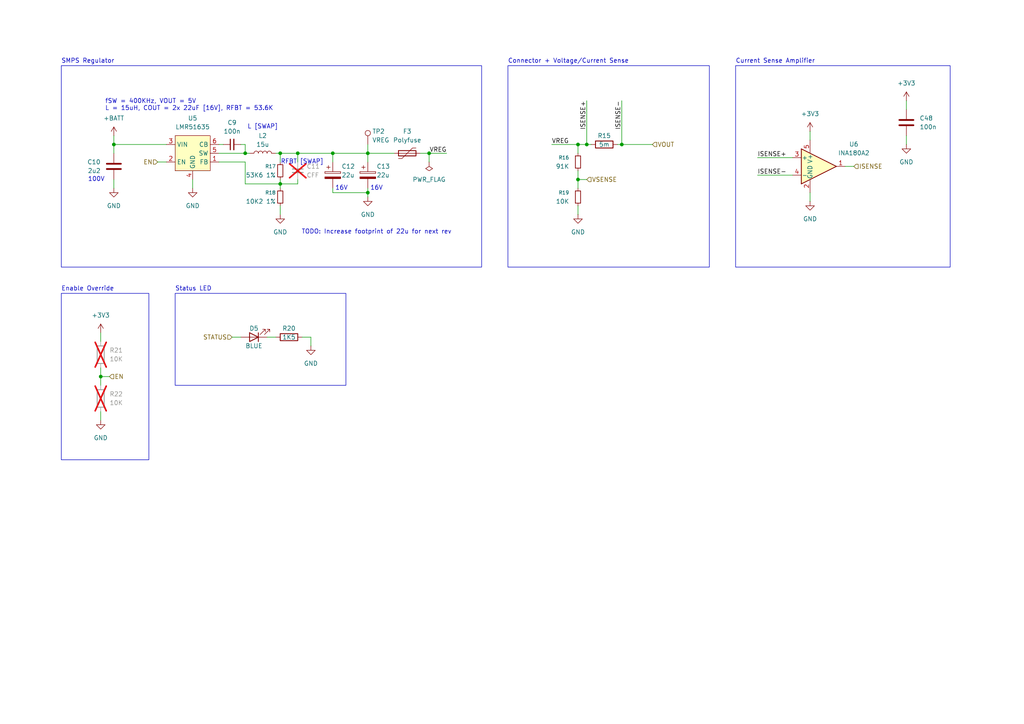
<source format=kicad_sch>
(kicad_sch (version 20250114) (generator "eeschema") (generator_version "9.0")
  (paper "A4")
  (lib_symbols
    (symbol "Amplifier_Current:INA180A2" (pin_names (offset 0.127))
      (property "Reference" "U" (at 3.81 3.81 0))
      (property "Value" "INA180A2" (at 3.81 -2.54 0))
      (symbol "INA180A2_0_1"
        (polyline (pts (xy 5.08 0) (xy -5.08 5.08) (xy -5.08 -5.08) (xy 5.08 0)) (stroke (width 0.254)) (fill (type background)))
      )
      (symbol "INA180A2_1_1"
        (pin input line (at -7.62 2.54 0) (length 2.54) (name "+") (number "3"))
        (pin input line (at -7.62 -2.54 0) (length 2.54) (name "-") (number "4"))
        (pin power_in line (at -2.54 7.62 270) (length 3.81) (name "V+") (number "5"))
        (pin power_in line (at -2.54 -7.62 90) (length 3.81) (name "GND") (number "2"))
        (pin output line (at 7.62 0 180) (length 2.54) (name "~") (number "1"))
      )
    )
    (symbol "Connector:TestPoint" (pin_numbers (hide yes)) (pin_names (offset 0.762) (hide yes))
      (property "Reference" "TP" (at 0 6.858 0))
      (property "Value" "TestPoint" (at 0 5.08 0))
      (symbol "TestPoint_0_1"
        (circle (center 0 3.302) (radius 0.762))
      )
      (symbol "TestPoint_1_1"
        (pin passive line (at 0 0 90) (length 2.54) (name "1") (number "1"))
      )
    )
    (symbol "Device:C" (pin_numbers (hide yes)) (pin_names (offset 0.254))
      (property "Reference" "C" (at 0.635 2.54 0))
      (property "Value" "C" (at 0.635 -2.54 0))
      (symbol "C_0_1"
        (polyline (pts (xy -2.032 0.762) (xy 2.032 0.762)) (stroke (width 0.508)))
        (polyline (pts (xy -2.032 -0.762) (xy 2.032 -0.762)) (stroke (width 0.508)))
      )
      (symbol "C_1_1"
        (pin passive line (at 0 3.81 270) (length 2.794) (name "~") (number "1"))
        (pin passive line (at 0 -3.81 90) (length 2.794) (name "~") (number "2"))
      )
    )
    (symbol "Device:C_Polarized" (pin_numbers (hide yes)) (pin_names (offset 0.254))
      (property "Reference" "C" (at 0.635 2.54 0))
      (property "Value" "C_Polarized" (at 0.635 -2.54 0))
      (symbol "C_Polarized_0_1"
        (rectangle (start -2.286 0.508) (end 2.286 1.016))
        (polyline (pts (xy -1.778 2.286) (xy -0.762 2.286)))
        (polyline (pts (xy -1.27 2.794) (xy -1.27 1.778)))
        (rectangle (start 2.286 -0.508) (end -2.286 -1.016) (fill (type outline)))
      )
      (symbol "C_Polarized_1_1"
        (pin passive line (at 0 3.81 270) (length 2.794) (name "~") (number "1"))
        (pin passive line (at 0 -3.81 90) (length 2.794) (name "~") (number "2"))
      )
    )
    (symbol "Device:C_Small" (pin_numbers (hide yes)) (pin_names (offset 0.254) (hide yes))
      (property "Reference" "C" (at 0.254 1.778 0))
      (property "Value" "C_Small" (at 0.254 -2.032 0))
      (symbol "C_Small_0_1"
        (polyline (pts (xy -1.524 0.508) (xy 1.524 0.508)) (stroke (width 0.3048)))
        (polyline (pts (xy -1.524 -0.508) (xy 1.524 -0.508)) (stroke (width 0.3302)))
      )
      (symbol "C_Small_1_1"
        (pin passive line (at 0 2.54 270) (length 2.032) (name "~") (number "1"))
        (pin passive line (at 0 -2.54 90) (length 2.032) (name "~") (number "2"))
      )
    )
    (symbol "Device:L" (pin_numbers (hide yes)) (pin_names (offset 1.016) (hide yes))
      (property "Reference" "L" (at -1.27 0 90))
      (property "Value" "L" (at 1.905 0 90))
      (symbol "L_0_1"
        (arc (start 0 2.54) (mid 0.6323 1.905) (end 0 1.27))
        (arc (start 0 1.27) (mid 0.6323 0.635) (end 0 0))
        (arc (start 0 0) (mid 0.6323 -0.635) (end 0 -1.27))
        (arc (start 0 -1.27) (mid 0.6323 -1.905) (end 0 -2.54))
      )
      (symbol "L_1_1"
        (pin passive line (at 0 3.81 270) (length 1.27) (name "1") (number "1"))
        (pin passive line (at 0 -3.81 90) (length 1.27) (name "2") (number "2"))
      )
    )
    (symbol "Device:LED" (pin_numbers (hide yes)) (pin_names (offset 1.016) (hide yes))
      (property "Reference" "D" (at 0 2.54 0))
      (property "Value" "LED" (at 0 -2.54 0))
      (symbol "LED_0_1"
        (polyline (pts (xy -3.048 -0.762) (xy -4.572 -2.286) (xy -3.81 -2.286) (xy -4.572 -2.286) (xy -4.572 -1.524)))
        (polyline (pts (xy -1.778 -0.762) (xy -3.302 -2.286) (xy -2.54 -2.286) (xy -3.302 -2.286) (xy -3.302 -1.524)))
        (polyline (pts (xy -1.27 0) (xy 1.27 0)))
        (polyline (pts (xy -1.27 -1.27) (xy -1.27 1.27)) (stroke (width 0.254)))
        (polyline (pts (xy 1.27 -1.27) (xy 1.27 1.27) (xy -1.27 0) (xy 1.27 -1.27)) (stroke (width 0.254)))
      )
      (symbol "LED_1_1"
        (pin passive line (at -3.81 0 0) (length 2.54) (name "K") (number "1"))
        (pin passive line (at 3.81 0 180) (length 2.54) (name "A") (number "2"))
      )
    )
    (symbol "Device:Polyfuse" (pin_numbers (hide yes)) (pin_names (offset 0))
      (property "Reference" "F" (at -2.54 0 90))
      (property "Value" "Polyfuse" (at 2.54 0 90))
      (symbol "Polyfuse_0_1"
        (polyline (pts (xy -1.524 2.54) (xy -1.524 1.524) (xy 1.524 -1.524) (xy 1.524 -2.54)))
        (rectangle (start -0.762 2.54) (end 0.762 -2.54) (stroke (width 0.254)))
        (polyline (pts (xy 0 2.54) (xy 0 -2.54)))
      )
      (symbol "Polyfuse_1_1"
        (pin passive line (at 0 3.81 270) (length 1.27) (name "~") (number "1"))
        (pin passive line (at 0 -3.81 90) (length 1.27) (name "~") (number "2"))
      )
    )
    (symbol "Device:R" (pin_numbers (hide yes)) (pin_names (offset 0))
      (property "Reference" "R" (at 2.032 0 90))
      (property "Value" "R" (at 0 0 90))
      (symbol "R_0_1"
        (rectangle (start -1.016 -2.54) (end 1.016 2.54) (stroke (width 0.254)))
      )
      (symbol "R_1_1"
        (pin passive line (at 0 3.81 270) (length 1.27) (name "~") (number "1"))
        (pin passive line (at 0 -3.81 90) (length 1.27) (name "~") (number "2"))
      )
    )
    (symbol "Device:R_Small" (pin_numbers (hide yes)) (pin_names (offset 0.254) (hide yes))
      (property "Reference" "R" (at 0 0 90))
      (property "Value" "R_Small" (at 1.778 0 90))
      (symbol "R_Small_0_1"
        (rectangle (start -0.762 1.778) (end 0.762 -1.778) (stroke (width 0.2032)))
      )
      (symbol "R_Small_1_1"
        (pin passive line (at 0 2.54 270) (length 0.762) (name "~") (number "1"))
        (pin passive line (at 0 -2.54 90) (length 0.762) (name "~") (number "2"))
      )
    )
    (symbol "Regulator_Switching_Extra:LMR51635"
      (property "Reference" "U" (at 0 7.874 0))
      (property "Value" "LMR51635" (at 0 6.096 0))
      (symbol "LMR51635_1_1"
        (rectangle (start -5.08 5.08) (end 5.08 -5.08) (fill (type background)))
        (pin power_in line (at -7.62 2.54 0) (length 2.54) (name "VIN") (number "3"))
        (pin input line (at -7.62 -2.54 0) (length 2.54) (name "EN") (number "2"))
        (pin power_in line (at 0 -7.62 90) (length 2.54) (name "GND") (number "4"))
        (pin input line (at 7.62 2.54 180) (length 2.54) (name "CB") (number "6"))
        (pin power_out line (at 7.62 0 180) (length 2.54) (name "SW") (number "5"))
        (pin input line (at 7.62 -2.54 180) (length 2.54) (name "FB") (number "1"))
      )
    )
    (symbol "power:+3V3" (power) (pin_numbers (hide yes)) (pin_names (offset 0) (hide yes))
      (property "Value" "+3V3" (at 0 3.556 0))
      (symbol "+3V3_0_1"
        (polyline (pts (xy -0.762 1.27) (xy 0 2.54)))
        (polyline (pts (xy 0 2.54) (xy 0.762 1.27)))
        (polyline (pts (xy 0 0) (xy 0 2.54)))
      )
      (symbol "+3V3_1_1"
        (pin power_in line (at 0 0 90) (length 0) (name "~") (number "1"))
      )
    )
    (symbol "power:+BATT" (power) (pin_numbers (hide yes)) (pin_names (offset 0) (hide yes))
      (property "Value" "+BATT" (at 0 3.556 0))
      (symbol "+BATT_0_1"
        (polyline (pts (xy -0.762 1.27) (xy 0 2.54)))
        (polyline (pts (xy 0 2.54) (xy 0.762 1.27)))
        (polyline (pts (xy 0 0) (xy 0 2.54)))
      )
      (symbol "+BATT_1_1"
        (pin power_in line (at 0 0 90) (length 0) (name "~") (number "1"))
      )
    )
    (symbol "power:GND" (power) (pin_numbers (hide yes)) (pin_names (offset 0) (hide yes))
      (property "Value" "GND" (at 0 -3.81 0))
      (symbol "GND_0_1"
        (polyline (pts (xy 0 0) (xy 0 -1.27) (xy 1.27 -1.27) (xy 0 -2.54) (xy -1.27 -1.27) (xy 0 -1.27)))
      )
      (symbol "GND_1_1"
        (pin power_in line (at 0 0 270) (length 0) (name "~") (number "1"))
      )
    )
    (symbol "power:PWR_FLAG" (power) (pin_numbers (hide yes)) (pin_names (offset 0) (hide yes))
      (property "Value" "PWR_FLAG" (at 0 3.81 0))
      (symbol "PWR_FLAG_0_0"
        (pin power_out line (at 0 0 90) (length 0) (name "~") (number "1"))
      )
      (symbol "PWR_FLAG_0_1"
        (polyline (pts (xy 0 0) (xy 0 1.27) (xy -1.016 1.905) (xy 0 2.54) (xy 1.016 1.905) (xy 0 1.27)))
      )
    )
  )
  (rectangle (start 147.32 19.05) (end 205.74 77.47))
  (rectangle (start 17.78 85.09) (end 43.18 133.35))
  (rectangle (start 213.36 19.05) (end 275.59 77.47))
  (rectangle (start 17.78 19.05) (end 139.7 77.47))
  (rectangle (start 50.8 85.09) (end 100.33 111.76))
  (text "Enable Override" (at 17.78 83.82 0) (effects (font (size 1.27 1.27)) (justify left)))
  (text "16V" (at 109.22 54.61 0) (effects (font (size 1.27 1.27))))
  (text "Status LED" (at 50.8 83.82 0) (effects (font (size 1.27 1.27)) (justify left)))
  (text "Current Sense Amplifier" (at 213.36 17.78 0) (effects (font (size 1.27 1.27)) (justify left)))
  (text "L [SWAP]" (at 76.2 36.83 0) (effects (font (size 1.27 1.27))))
  (text "RFBT [SWAP]" (at 87.63 46.99 0) (effects (font (size 1.27 1.27))))
  (text "SMPS Regulator" (at 17.78 17.78 0) (effects (font (size 1.27 1.27)) (justify left)))
  (text "Connector + Voltage/Current Sense" (at 147.32 17.78 0) (effects (font (size 1.27 1.27)) (justify left)))
  (text "16V" (at 99.06 54.61 0) (effects (font (size 1.27 1.27))))
  (text "TODO: Increase footprint of 22u for next rev" (at 109.22 67.31 0) (effects (font (size 1.27 1.27))))
  (text "fSW = 400KHz, VOUT = 5V\nL = 15uH, COUT = 2x 22uF [16V], RFBT = 53.6K" (at 30.48 30.48 0) (effects (font (size 1.27 1.27)) (justify left)))
  (text "100V" (at 27.94 52.07 0) (effects (font (size 1.27 1.27))))
  (junction (at 124.46 44.45))
  (junction (at 167.64 52.07))
  (junction (at 106.68 55.88))
  (junction (at 170.18 41.91))
  (junction (at 71.12 44.45))
  (junction (at 180.34 41.91))
  (junction (at 29.21 109.22))
  (junction (at 81.28 53.34))
  (junction (at 167.64 41.91))
  (junction (at 86.36 44.45))
  (junction (at 81.28 44.45))
  (junction (at 96.52 44.45))
  (junction (at 33.02 41.91))
  (junction (at 106.68 44.45))
  (wire (pts (xy 81.28 52.07) (xy 81.28 53.34)))
  (wire (pts (xy 234.95 55.88) (xy 234.95 58.42)))
  (wire (pts (xy 29.21 109.22) (xy 31.75 109.22)))
  (wire (pts (xy 96.52 54.61) (xy 96.52 55.88)))
  (wire (pts (xy 160.02 41.91) (xy 167.64 41.91)))
  (wire (pts (xy 106.68 55.88) (xy 106.68 57.15)))
  (wire (pts (xy 106.68 41.91) (xy 106.68 44.45)))
  (wire (pts (xy 81.28 53.34) (xy 71.12 53.34)))
  (wire (pts (xy 96.52 44.45) (xy 96.52 46.99)))
  (wire (pts (xy 87.63 97.79) (xy 90.17 97.79)))
  (wire (pts (xy 106.68 44.45) (xy 106.68 46.99)))
  (wire (pts (xy 29.21 119.38) (xy 29.21 121.92)))
  (wire (pts (xy 124.46 44.45) (xy 129.54 44.45)))
  (wire (pts (xy 124.46 44.45) (xy 124.46 46.99)))
  (wire (pts (xy 71.12 53.34) (xy 71.12 46.99)))
  (wire (pts (xy 219.71 45.72) (xy 229.87 45.72)))
  (wire (pts (xy 71.12 44.45) (xy 72.39 44.45)))
  (wire (pts (xy 80.01 44.45) (xy 81.28 44.45)))
  (wire (pts (xy 86.36 52.07) (xy 86.36 53.34)))
  (wire (pts (xy 71.12 41.91) (xy 71.12 44.45)))
  (wire (pts (xy 81.28 44.45) (xy 86.36 44.45)))
  (wire (pts (xy 86.36 44.45) (xy 96.52 44.45)))
  (wire (pts (xy 96.52 55.88) (xy 106.68 55.88)))
  (wire (pts (xy 90.17 97.79) (xy 90.17 100.33)))
  (wire (pts (xy 167.64 52.07) (xy 167.64 54.61)))
  (wire (pts (xy 81.28 53.34) (xy 81.28 54.61)))
  (wire (pts (xy 33.02 41.91) (xy 33.02 44.45)))
  (wire (pts (xy 81.28 44.45) (xy 81.28 46.99)))
  (wire (pts (xy 180.34 41.91) (xy 189.23 41.91)))
  (wire (pts (xy 71.12 44.45) (xy 63.5 44.45)))
  (wire (pts (xy 33.02 39.37) (xy 33.02 41.91)))
  (wire (pts (xy 234.95 38.1) (xy 234.95 40.64)))
  (wire (pts (xy 219.71 50.8) (xy 229.87 50.8)))
  (wire (pts (xy 167.64 49.53) (xy 167.64 52.07)))
  (wire (pts (xy 86.36 53.34) (xy 81.28 53.34)))
  (wire (pts (xy 33.02 41.91) (xy 48.26 41.91)))
  (wire (pts (xy 124.46 44.45) (xy 121.92 44.45)))
  (wire (pts (xy 64.77 41.91) (xy 63.5 41.91)))
  (wire (pts (xy 170.18 41.91) (xy 171.45 41.91)))
  (wire (pts (xy 86.36 44.45) (xy 86.36 46.99)))
  (wire (pts (xy 106.68 55.88) (xy 106.68 54.61)))
  (wire (pts (xy 179.07 41.91) (xy 180.34 41.91)))
  (wire (pts (xy 29.21 96.52) (xy 29.21 99.06)))
  (wire (pts (xy 77.47 97.79) (xy 80.01 97.79)))
  (wire (pts (xy 67.31 97.79) (xy 69.85 97.79)))
  (wire (pts (xy 29.21 106.68) (xy 29.21 109.22)))
  (wire (pts (xy 170.18 29.21) (xy 170.18 41.91)))
  (wire (pts (xy 55.88 52.07) (xy 55.88 54.61)))
  (wire (pts (xy 262.89 29.21) (xy 262.89 31.75)))
  (wire (pts (xy 180.34 29.21) (xy 180.34 41.91)))
  (wire (pts (xy 167.64 41.91) (xy 167.64 44.45)))
  (wire (pts (xy 167.64 59.69) (xy 167.64 62.23)))
  (wire (pts (xy 29.21 109.22) (xy 29.21 111.76)))
  (wire (pts (xy 96.52 44.45) (xy 106.68 44.45)))
  (wire (pts (xy 69.85 41.91) (xy 71.12 41.91)))
  (wire (pts (xy 245.11 48.26) (xy 247.65 48.26)))
  (wire (pts (xy 45.72 46.99) (xy 48.26 46.99)))
  (wire (pts (xy 262.89 39.37) (xy 262.89 41.91)))
  (wire (pts (xy 71.12 46.99) (xy 63.5 46.99)))
  (wire (pts (xy 114.3 44.45) (xy 106.68 44.45)))
  (wire (pts (xy 167.64 52.07) (xy 170.18 52.07)))
  (wire (pts (xy 33.02 52.07) (xy 33.02 54.61)))
  (wire (pts (xy 81.28 59.69) (xy 81.28 62.23)))
  (wire (pts (xy 167.64 41.91) (xy 170.18 41.91)))
  (label "VREG" (at 129.54 44.45 180))
  (label "ISENSE+" (at 219.71 45.72 0))
  (label "ISENSE+" (at 170.18 29.21 270))
  (label "ISENSE-" (at 219.71 50.8 0))
  (label "VREG" (at 160.02 41.91 0))
  (label "ISENSE-" (at 180.34 29.21 270))
  (hierarchical_label "EN" (shape input) (at 45.72 46.99 180))
  (hierarchical_label "EN" (shape input) (at 31.75 109.22 0))
  (hierarchical_label "VOUT" (shape input) (at 189.23 41.91 0))
  (hierarchical_label "ISENSE" (shape input) (at 247.65 48.26 0))
  (hierarchical_label "VSENSE" (shape input) (at 170.18 52.07 0))
  (hierarchical_label "STATUS" (shape input) (at 67.31 97.79 180))
  (symbol (lib_id "Device:R") (at 29.21 102.87 0) (unit 1) (dnp yes)
    (property "Reference" "R13" (at 31.75 101.5999 0) (effects (justify left)))
    (property "Value" "10K" (at 31.75 104.1399 0) (effects (justify left)))
    (property "Footprint" "Resistor_SMD:R_0603_1608Metric" (effects (hide yes)))
    (property "Description" "Resistor" (effects (hide yes)))
    (instances (project "vrb" (path "" (reference "R21") (unit 1)) (path "" (reference "R29") (unit 1)) (path "" (reference "R37") (unit 1)) (path "" (reference "R13") (unit 1))))
  )
  (symbol (lib_id "power:GND") (at 29.21 121.92 0) (unit 1)
    (property "Reference" "#PWR029" (effects (hide yes)))
    (property "Value" "GND" (at 29.21 127 0))
    (property "Description" "Power symbol creates a global label with name \"GND\" , ground" (effects (hide yes)))
    (instances (project "vrb" (path "" (reference "#PWR041") (unit 1)) (path "" (reference "#PWR053") (unit 1)) (path "" (reference "#PWR065") (unit 1)) (path "" (reference "#PWR029") (unit 1))))
  )
  (symbol (lib_id "power:GND") (at 90.17 100.33 0) (unit 1)
    (property "Reference" "#PWR028" (effects (hide yes)))
    (property "Value" "GND" (at 90.17 105.41 0))
    (property "Description" "Power symbol creates a global label with name \"GND\" , ground" (effects (hide yes)))
    (instances (project "vrb" (path "" (reference "#PWR040") (unit 1)) (path "" (reference "#PWR052") (unit 1)) (path "" (reference "#PWR064") (unit 1)) (path "" (reference "#PWR028") (unit 1))))
  )
  (symbol (lib_id "power:+BATT") (at 33.02 39.37 0) (unit 1)
    (property "Reference" "#PWR019" (effects (hide yes)))
    (property "Value" "+BATT" (at 33.02 34.29 0))
    (property "Description" "Power symbol creates a global label with name \"+BATT\"" (effects (hide yes)))
    (instances (project "vrb" (path "" (reference "#PWR031") (unit 1)) (path "" (reference "#PWR043") (unit 1)) (path "" (reference "#PWR055") (unit 1)) (path "" (reference "#PWR019") (unit 1))))
  )
  (symbol (lib_id "power:+3V3") (at 262.89 29.21 0) (unit 1)
    (property "Reference" "#PWR0172" (effects (hide yes)))
    (property "Value" "+3V3" (at 262.89 24.13 0))
    (property "Description" "Power symbol creates a global label with name \"+3V3\"" (effects (hide yes)))
    (instances (project "vrb" (path "" (reference "#PWR0173") (unit 1)) (path "" (reference "#PWR0174") (unit 1)) (path "" (reference "#PWR0175") (unit 1)) (path "" (reference "#PWR0172") (unit 1))))
  )
  (symbol (lib_id "power:GND") (at 167.64 62.23 0) (unit 1)
    (property "Reference" "#PWR026" (effects (hide yes)))
    (property "Value" "GND" (at 167.64 67.31 0))
    (property "Description" "Power symbol creates a global label with name \"GND\" , ground" (effects (hide yes)))
    (instances (project "vrb" (path "" (reference "#PWR038") (unit 1)) (path "" (reference "#PWR050") (unit 1)) (path "" (reference "#PWR062") (unit 1)) (path "" (reference "#PWR026") (unit 1))))
  )
  (symbol (lib_id "Device:C_Polarized") (at 96.52 50.8 0) (unit 1)
    (property "Reference" "C7" (at 99.06 48.26 0) (effects (justify left)))
    (property "Value" "22u" (at 99.06 50.8 0) (effects (justify left)))
    (property "Footprint" "Capacitor_SMD:C_0805_2012Metric" (effects (hide yes)))
    (property "Description" "Polarized capacitor" (effects (hide yes)))
    (instances (project "vrb" (path "" (reference "C12") (unit 1)) (path "" (reference "C17") (unit 1)) (path "" (reference "C22") (unit 1)) (path "" (reference "C7") (unit 1))))
  )
  (symbol (lib_id "Regulator_Switching_Extra:LMR51635") (at 55.88 44.45 0) (unit 1)
    (property "Reference" "U3" (at 55.88 34.29 0))
    (property "Value" "LMR51635" (at 55.88 36.83 0))
    (property "Footprint" "Package_TO_SOT_SMD:SOT-23-6" (effects (hide yes)))
    (property "Datasheet" "https://www.ti.com/lit/ds/symlink/lmr51635.pdf" (effects (hide yes)))
    (property "Description" "SIMPLE SWITCHER® synchronous buck converter with 4.3V-to-60V, 3.5A and low quiescent current" (effects (hide yes)))
    (instances (project "vrb" (path "" (reference "U5") (unit 1)) (path "" (reference "U7") (unit 1)) (path "" (reference "U9") (unit 1)) (path "" (reference "U3") (unit 1))))
  )
  (symbol (lib_id "Device:R") (at 83.82 97.79 90) (unit 1)
    (property "Reference" "R12" (at 83.82 95.25 90))
    (property "Value" "1K5" (at 83.82 97.79 90))
    (property "Footprint" "Resistor_SMD:R_0402_1005Metric" (effects (hide yes)))
    (property "Description" "Resistor" (effects (hide yes)))
    (instances (project "vrb" (path "" (reference "R20") (unit 1)) (path "" (reference "R28") (unit 1)) (path "" (reference "R36") (unit 1)) (path "" (reference "R12") (unit 1))))
  )
  (symbol (lib_id "Amplifier_Current:INA180A2") (at 237.49 48.26 0) (unit 1)
    (property "Reference" "U4" (at 247.65 41.8398 0))
    (property "Value" "INA180A2" (at 247.65 44.3798 0))
    (property "Footprint" "Package_TO_SOT_SMD:SOT-23-5" (effects (hide yes)))
    (property "Datasheet" "http://www.ti.com/lit/ds/symlink/ina180.pdf" (effects (hide yes)))
    (property "Description" "Current Sense Amplifier, 1 Circuit, Rail-to-Rail, 26V, Gain 50 V/V, SOT-23-5" (effects (hide yes)))
    (instances (project "vrb" (path "" (reference "U6") (unit 1)) (path "" (reference "U8") (unit 1)) (path "" (reference "U10") (unit 1)) (path "" (reference "U4") (unit 1))))
  )
  (symbol (lib_id "power:+3V3") (at 29.21 96.52 0) (unit 1)
    (property "Reference" "#PWR027" (effects (hide yes)))
    (property "Value" "+3V3" (at 29.21 91.44 0))
    (property "Description" "Power symbol creates a global label with name \"+3V3\"" (effects (hide yes)))
    (instances (project "vrb" (path "" (reference "#PWR039") (unit 1)) (path "" (reference "#PWR051") (unit 1)) (path "" (reference "#PWR063") (unit 1)) (path "" (reference "#PWR027") (unit 1))))
  )
  (symbol (lib_id "Device:R_Small") (at 167.64 46.99 0) (mirror y) (unit 1)
    (property "Reference" "R8" (at 165.1 45.7199 0) (effects (font (size 1.016 1.016)) (justify left)))
    (property "Value" "91K" (at 165.1 48.2599 0) (effects (justify left)))
    (property "Footprint" "Resistor_SMD:R_0402_1005Metric" (effects (hide yes)))
    (property "Description" "Resistor, small symbol" (effects (hide yes)))
    (instances (project "vrb" (path "" (reference "R16") (unit 1)) (path "" (reference "R24") (unit 1)) (path "" (reference "R32") (unit 1)) (path "" (reference "R8") (unit 1))))
  )
  (symbol (lib_id "power:PWR_FLAG") (at 124.46 46.99 180) (unit 1)
    (property "Reference" "#FLG05" (effects (hide yes)))
    (property "Value" "PWR_FLAG" (at 124.46 52.07 0))
    (property "Description" "Special symbol for telling ERC where power comes from" (effects (hide yes)))
    (instances (project "" (path "" (reference "#FLG06") (unit 1)) (path "" (reference "#FLG07") (unit 1)) (path "" (reference "#FLG08") (unit 1)) (path "" (reference "#FLG05") (unit 1))))
  )
  (symbol (lib_id "Device:R_Small") (at 167.64 57.15 0) (mirror y) (unit 1)
    (property "Reference" "R11" (at 165.1 55.8799 0) (effects (font (size 1.016 1.016)) (justify left)))
    (property "Value" "10K" (at 165.1 58.4199 0) (effects (justify left)))
    (property "Footprint" "Resistor_SMD:R_0402_1005Metric" (effects (hide yes)))
    (property "Description" "Resistor, small symbol" (effects (hide yes)))
    (instances (project "vrb" (path "" (reference "R19") (unit 1)) (path "" (reference "R27") (unit 1)) (path "" (reference "R35") (unit 1)) (path "" (reference "R11") (unit 1))))
  )
  (symbol (lib_id "Device:R_Small") (at 81.28 49.53 0) (mirror y) (unit 1)
    (property "Reference" "R9" (at 80.01 48.26 0) (effects (font (size 1.016 1.016)) (justify left)))
    (property "Value" "53K6 1%" (at 80.01 50.8 0) (effects (justify left)))
    (property "Footprint" "Resistor_SMD:R_0603_1608Metric" (effects (hide yes)))
    (property "Description" "Resistor, small symbol" (effects (hide yes)))
    (instances (project "vrb" (path "" (reference "R17") (unit 1)) (path "" (reference "R25") (unit 1)) (path "" (reference "R33") (unit 1)) (path "" (reference "R9") (unit 1))))
  )
  (symbol (lib_id "power:+3V3") (at 234.95 38.1 0) (unit 1)
    (property "Reference" "#PWR018" (effects (hide yes)))
    (property "Value" "+3V3" (at 234.95 33.02 0))
    (property "Description" "Power symbol creates a global label with name \"+3V3\"" (effects (hide yes)))
    (instances (project "" (path "" (reference "#PWR030") (unit 1)) (path "" (reference "#PWR042") (unit 1)) (path "" (reference "#PWR054") (unit 1)) (path "" (reference "#PWR018") (unit 1))))
  )
  (symbol (lib_id "power:GND") (at 33.02 54.61 0) (unit 1)
    (property "Reference" "#PWR021" (effects (hide yes)))
    (property "Value" "GND" (at 33.02 59.69 0))
    (property "Description" "Power symbol creates a global label with name \"GND\" , ground" (effects (hide yes)))
    (instances (project "vrb" (path "" (reference "#PWR033") (unit 1)) (path "" (reference "#PWR045") (unit 1)) (path "" (reference "#PWR057") (unit 1)) (path "" (reference "#PWR021") (unit 1))))
  )
  (symbol (lib_id "power:GND") (at 262.89 41.91 0) (unit 1)
    (property "Reference" "#PWR0168" (effects (hide yes)))
    (property "Value" "GND" (at 262.89 46.99 0))
    (property "Description" "Power symbol creates a global label with name \"GND\" , ground" (effects (hide yes)))
    (instances (project "vrb" (path "" (reference "#PWR0169") (unit 1)) (path "" (reference "#PWR0170") (unit 1)) (path "" (reference "#PWR0171") (unit 1)) (path "" (reference "#PWR0168") (unit 1))))
  )
  (symbol (lib_id "Device:R_Small") (at 81.28 57.15 0) (mirror y) (unit 1)
    (property "Reference" "R10" (at 80.01 55.88 0) (effects (font (size 1.016 1.016)) (justify left)))
    (property "Value" "10K2 1%" (at 80.01 58.42 0) (effects (justify left)))
    (property "Footprint" "Resistor_SMD:R_0603_1608Metric" (effects (hide yes)))
    (property "Description" "Resistor, small symbol" (effects (hide yes)))
    (instances (project "vrb" (path "" (reference "R18") (unit 1)) (path "" (reference "R26") (unit 1)) (path "" (reference "R34") (unit 1)) (path "" (reference "R10") (unit 1))))
  )
  (symbol (lib_id "Device:C") (at 262.89 35.56 0) (unit 1)
    (property "Reference" "C47" (at 266.7 34.2899 0) (effects (justify left)))
    (property "Value" "100n" (at 266.7 36.8299 0) (effects (justify left)))
    (property "Footprint" "Capacitor_SMD:C_0402_1005Metric" (effects (hide yes)))
    (property "Description" "Unpolarized capacitor" (effects (hide yes)))
    (instances (project "" (path "" (reference "C48") (unit 1)) (path "" (reference "C49") (unit 1)) (path "" (reference "C50") (unit 1)) (path "" (reference "C47") (unit 1))))
  )
  (symbol (lib_id "power:GND") (at 55.88 54.61 0) (unit 1)
    (property "Reference" "#PWR022" (effects (hide yes)))
    (property "Value" "GND" (at 55.88 59.69 0))
    (property "Description" "Power symbol creates a global label with name \"GND\" , ground" (effects (hide yes)))
    (instances (project "vrb" (path "" (reference "#PWR034") (unit 1)) (path "" (reference "#PWR046") (unit 1)) (path "" (reference "#PWR058") (unit 1)) (path "" (reference "#PWR022") (unit 1))))
  )
  (symbol (lib_id "power:GND") (at 106.68 57.15 0) (unit 1)
    (property "Reference" "#PWR023" (effects (hide yes)))
    (property "Value" "GND" (at 106.68 62.23 0))
    (property "Description" "Power symbol creates a global label with name \"GND\" , ground" (effects (hide yes)))
    (instances (project "vrb" (path "" (reference "#PWR035") (unit 1)) (path "" (reference "#PWR047") (unit 1)) (path "" (reference "#PWR059") (unit 1)) (path "" (reference "#PWR023") (unit 1))))
  )
  (symbol (lib_id "Device:R") (at 29.21 115.57 0) (unit 1) (dnp yes)
    (property "Reference" "R14" (at 31.75 114.2999 0) (effects (justify left)))
    (property "Value" "10K" (at 31.75 116.8399 0) (effects (justify left)))
    (property "Footprint" "Resistor_SMD:R_0603_1608Metric" (effects (hide yes)))
    (property "Description" "Resistor" (effects (hide yes)))
    (instances (project "vrb" (path "" (reference "R22") (unit 1)) (path "" (reference "R30") (unit 1)) (path "" (reference "R38") (unit 1)) (path "" (reference "R14") (unit 1))))
  )
  (symbol (lib_id "Device:L") (at 76.2 44.45 90) (unit 1)
    (property "Reference" "L1" (at 76.2 39.37 90))
    (property "Value" "15u" (at 76.2 41.91 90))
    (property "Footprint" "Inductor_SMD:L_Bourns_SRP7028A_7.3x6.6mm" (effects (hide yes)))
    (property "Description" "Inductor" (effects (hide yes)))
    (instances (project "vrb" (path "" (reference "L2") (unit 1)) (path "" (reference "L3") (unit 1)) (path "" (reference "L4") (unit 1)) (path "" (reference "L1") (unit 1))))
  )
  (symbol (lib_id "Device:C_Small") (at 86.36 49.53 0) (unit 1) (in_bom no) (dnp yes)
    (property "Reference" "C6" (at 88.9 48.2662 0) (effects (justify left)))
    (property "Value" "CFF" (at 88.9 50.8062 0) (effects (justify left)))
    (property "Footprint" "Capacitor_SMD:C_0805_2012Metric" (effects (hide yes)))
    (property "Description" "Unpolarized capacitor, small symbol" (effects (hide yes)))
    (instances (project "vrb" (path "" (reference "C11") (unit 1)) (path "" (reference "C16") (unit 1)) (path "" (reference "C21") (unit 1)) (path "" (reference "C6") (unit 1))))
  )
  (symbol (lib_id "power:GND") (at 81.28 62.23 0) (unit 1)
    (property "Reference" "#PWR025" (effects (hide yes)))
    (property "Value" "GND" (at 81.28 67.31 0))
    (property "Description" "Power symbol creates a global label with name \"GND\" , ground" (effects (hide yes)))
    (instances (project "vrb" (path "" (reference "#PWR037") (unit 1)) (path "" (reference "#PWR049") (unit 1)) (path "" (reference "#PWR061") (unit 1)) (path "" (reference "#PWR025") (unit 1))))
  )
  (symbol (lib_id "power:GND") (at 234.95 58.42 0) (unit 1)
    (property "Reference" "#PWR024" (effects (hide yes)))
    (property "Value" "GND" (at 234.95 63.5 0))
    (property "Description" "Power symbol creates a global label with name \"GND\" , ground" (effects (hide yes)))
    (instances (project "vrb" (path "" (reference "#PWR036") (unit 1)) (path "" (reference "#PWR048") (unit 1)) (path "" (reference "#PWR060") (unit 1)) (path "" (reference "#PWR024") (unit 1))))
  )
  (symbol (lib_id "Device:C_Polarized") (at 106.68 50.8 0) (unit 1)
    (property "Reference" "C8" (at 109.22 48.26 0) (effects (justify left)))
    (property "Value" "22u" (at 109.22 50.8 0) (effects (justify left)))
    (property "Footprint" "Capacitor_SMD:C_0805_2012Metric" (effects (hide yes)))
    (property "Description" "Polarized capacitor" (effects (hide yes)))
    (instances (project "vrb" (path "" (reference "C13") (unit 1)) (path "" (reference "C18") (unit 1)) (path "" (reference "C23") (unit 1)) (path "" (reference "C8") (unit 1))))
  )
  (symbol (lib_id "Connector:TestPoint") (at 106.68 41.91 0) (unit 1)
    (property "Reference" "TP1" (at 107.95 38.1 0) (effects (justify left)))
    (property "Value" "VREG" (at 107.95 40.64 0) (effects (justify left)))
    (property "Footprint" "TestPoint:TestPoint_Pad_2.0x2.0mm" (effects (hide yes)))
    (property "Description" "test point" (effects (hide yes)))
    (instances (project "vrb" (path "" (reference "TP2") (unit 1)) (path "" (reference "TP3") (unit 1)) (path "" (reference "TP4") (unit 1)) (path "" (reference "TP1") (unit 1))))
  )
  (symbol (lib_id "Device:C_Small") (at 67.31 41.91 90) (unit 1)
    (property "Reference" "C4" (at 67.3163 35.56 90))
    (property "Value" "100n" (at 67.3163 38.1 90))
    (property "Footprint" "Capacitor_SMD:C_0805_2012Metric" (effects (hide yes)))
    (property "Description" "Unpolarized capacitor, small symbol" (effects (hide yes)))
    (instances (project "vrb" (path "" (reference "C9") (unit 1)) (path "" (reference "C14") (unit 1)) (path "" (reference "C19") (unit 1)) (path "" (reference "C4") (unit 1))))
  )
  (symbol (lib_id "Device:C") (at 33.02 48.26 0) (unit 1)
    (property "Reference" "C5" (at 29.21 46.9899 0) (effects (justify right)))
    (property "Value" "2u2" (at 29.21 49.5299 0) (effects (justify right)))
    (property "Footprint" "Capacitor_SMD:C_1206_3216Metric" (effects (hide yes)))
    (property "Description" "Unpolarized capacitor" (effects (hide yes)))
    (instances (project "vrb" (path "" (reference "C10") (unit 1)) (path "" (reference "C15") (unit 1)) (path "" (reference "C20") (unit 1)) (path "" (reference "C5") (unit 1))))
  )
  (symbol (lib_id "Device:LED") (at 73.66 97.79 180) (unit 1)
    (property "Reference" "D4" (at 73.66 95.25 0))
    (property "Value" "BLUE" (at 73.66 100.33 0))
    (property "Footprint" "LED_SMD:LED_0603_1608Metric" (effects (hide yes)))
    (property "Description" "Light emitting diode" (effects (hide yes)))
    (property "Sim.Pins" "1=K 2=A" (effects (hide yes)))
    (instances (project "vrb" (path "" (reference "D5") (unit 1)) (path "" (reference "D6") (unit 1)) (path "" (reference "D7") (unit 1)) (path "" (reference "D4") (unit 1))))
  )
  (symbol (lib_id "Device:R") (at 175.26 41.91 90) (unit 1)
    (property "Reference" "R7" (at 175.26 39.37 90))
    (property "Value" "5m" (at 175.26 41.91 90))
    (property "Footprint" "Resistor_SMD:R_1206_3216Metric" (effects (hide yes)))
    (property "Description" "Resistor" (effects (hide yes)))
    (instances (project "vrb" (path "" (reference "R15") (unit 1)) (path "" (reference "R23") (unit 1)) (path "" (reference "R31") (unit 1)) (path "" (reference "R7") (unit 1))))
  )
  (symbol (lib_id "Device:Polyfuse") (at 118.11 44.45 90) (unit 1)
    (property "Reference" "F2" (at 118.11 38.1 90))
    (property "Value" "Polyfuse" (at 118.11 40.64 90))
    (property "Footprint" "Fuse:Fuse_1206_3216Metric" (effects (hide yes)))
    (property "Description" "Resettable fuse, polymeric positive temperature coefficient" (effects (hide yes)))
    (instances (project "" (path "" (reference "F3") (unit 1)) (path "" (reference "F4") (unit 1)) (path "" (reference "F5") (unit 1)) (path "" (reference "F2") (unit 1))))
  )
)
</source>
